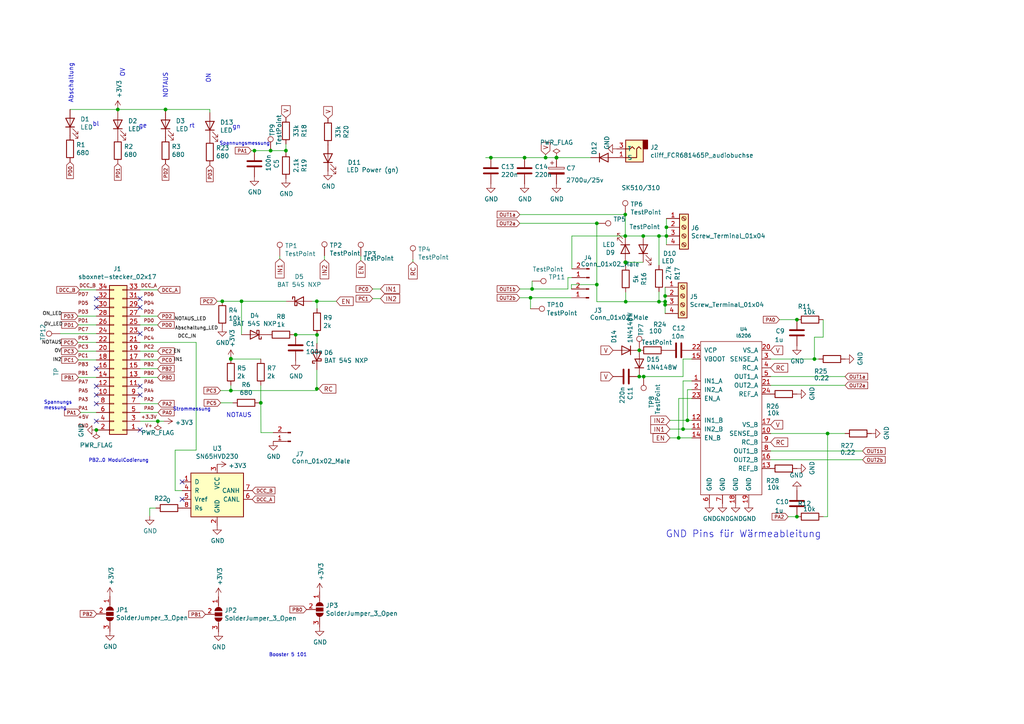
<source format=kicad_sch>
(kicad_sch (version 20211123) (generator eeschema)
  (paper "A4")
  (junction (at 185.42 109.22))
  (junction (at 78.486 43.688))
  (junction (at 186.563 68.453))
  (junction (at 91.8972 87.376))
  (junction (at 181.356 62.23))
  (junction (at 158.242 45.72))
  (junction (at 196.85 127))
  (junction (at 199.39 121.92))
  (junction (at 173.101 82.55))
  (junction (at 27.94 124.714))
  (junction (at 181.483 76.073))
  (junction (at 191.135 68.453))
  (junction (at 173.101 64.77))
  (junction (at 153.8732 86.36))
  (junction (at 192.913 88.392))
  (junction (at 73.787 43.688))
  (junction (at 85.7504 97.0788))
  (junction (at 91.8972 112.776))
  (junction (at 91.948 97.1296))
  (junction (at 181.483 87.503))
  (junction (at 198.12 124.46))
  (junction (at 75.6412 116.84))
  (junction (at 152.146 45.72))
  (junction (at 70.0532 87.376))
  (junction (at 231.14 149.86))
  (junction (at 193.294 68.453))
  (junction (at 193.294 65.913))
  (junction (at 231.14 92.71))
  (junction (at 186.69 109.22))
  (junction (at 181.356 76.073))
  (junction (at 240.03 125.73))
  (junction (at 66.9544 113.284))
  (junction (at 161.3916 45.72))
  (junction (at 236.22 104.14))
  (junction (at 48.006 31.75))
  (junction (at 185.42 101.6))
  (junction (at 161.417 45.72))
  (junction (at 191.135 87.503))
  (junction (at 45.7708 122.174))
  (junction (at 66.9544 104.0384))
  (junction (at 192.913 87.503))
  (junction (at 34.163 31.75))
  (junction (at 66.9544 104.14))
  (junction (at 64.4652 87.376))
  (junction (at 181.356 68.453))
  (junction (at 142.367 45.72))
  (junction (at 192.913 85.852))
  (junction (at 154.3304 83.82))
  (junction (at 82.931 43.688))
  (no_connect (at 27.94 122.174))
  (no_connect (at 27.94 89.154))
  (no_connect (at 27.94 117.094))
  (no_connect (at 27.94 106.934))
  (no_connect (at 27.94 112.014))
  (no_connect (at 40.64 124.714))
  (no_connect (at 52.832 144.8308))
  (no_connect (at 40.64 112.014))
  (no_connect (at 40.64 114.554))
  (no_connect (at 40.64 86.614))
  (no_connect (at 40.64 89.154))
  (no_connect (at 27.94 114.554))
  (no_connect (at 27.94 86.614))
  (no_connect (at 52.832 139.7508))
  (no_connect (at 40.64 96.774))
  (wire (pts (xy 50.8 130.556) (xy 50.8 142.2908)))
  (wire (pts (xy 22.606 91.694) (xy 27.94 91.694)))
  (wire (pts (xy 73.787 43.688) (xy 78.486 43.688)))
  (wire (pts (xy 153.8732 89.5604) (xy 153.8732 86.36)))
  (wire (pts (xy 70.0532 97.0788) (xy 70.0532 87.376)))
  (wire (pts (xy 165.735 82.55) (xy 173.101 82.55)))
  (wire (pts (xy 196.85 127) (xy 200.66 127)))
  (wire (pts (xy 238.76 149.86) (xy 240.03 149.86)))
  (wire (pts (xy 48.006 31.75) (xy 48.006 32.258)))
  (wire (pts (xy 91.948 99.6188) (xy 91.8972 99.6188)))
  (wire (pts (xy 198.12 124.46) (xy 200.66 124.46)))
  (wire (pts (xy 40.64 122.174) (xy 45.7708 122.174)))
  (wire (pts (xy 66.9544 113.284) (xy 91.8972 113.284)))
  (wire (pts (xy 193.294 65.913) (xy 193.294 63.373)))
  (wire (pts (xy 75.692 125.476) (xy 75.6412 116.84)))
  (wire (pts (xy 91.8972 112.776) (xy 92.456 112.776)))
  (wire (pts (xy 72.898 43.688) (xy 73.787 43.688)))
  (wire (pts (xy 236.22 97.79) (xy 236.22 104.14)))
  (wire (pts (xy 181.483 87.503) (xy 191.135 87.503)))
  (wire (pts (xy 66.9544 113.284) (xy 66.9544 111.76)))
  (wire (pts (xy 181.356 62.23) (xy 181.356 68.453)))
  (wire (pts (xy 181.483 76.073) (xy 186.563 76.073)))
  (wire (pts (xy 91.948 89.5096) (xy 91.8972 87.376)))
  (wire (pts (xy 173.101 87.503) (xy 181.483 87.503)))
  (wire (pts (xy 161.3916 45.72) (xy 161.417 45.72)))
  (wire (pts (xy 198.12 109.22) (xy 198.12 104.14)))
  (wire (pts (xy 50.8 142.2908) (xy 52.832 142.2908)))
  (wire (pts (xy 50.8 130.556) (xy 56.896 130.556)))
  (wire (pts (xy 20.32 31.75) (xy 34.163 31.75)))
  (wire (pts (xy 40.64 99.314) (xy 56.896 99.314)))
  (wire (pts (xy 64.4652 87.376) (xy 70.0532 87.376)))
  (wire (pts (xy 81.153 75.057) (xy 81.153 74.295)))
  (wire (pts (xy 150.749 86.36) (xy 153.8732 86.36)))
  (wire (pts (xy 181.483 87.503) (xy 181.483 84.709)))
  (wire (pts (xy 181.356 68.453) (xy 186.563 68.453)))
  (wire (pts (xy 22.7076 104.394) (xy 27.94 104.394)))
  (wire (pts (xy 75.6412 116.84) (xy 75.6412 111.76)))
  (wire (pts (xy 75.184 116.84) (xy 75.6412 116.84)))
  (wire (pts (xy 154.3304 83.82) (xy 164.719 83.82)))
  (wire (pts (xy 165.862 68.453) (xy 181.356 68.453)))
  (wire (pts (xy 85.7504 97.0788) (xy 91.948 97.0788)))
  (wire (pts (xy 91.948 97.0788) (xy 91.948 97.1296)))
  (wire (pts (xy 85.2932 97.0788) (xy 85.7504 97.0788)))
  (wire (pts (xy 226.06 92.71) (xy 231.14 92.71)))
  (wire (pts (xy 60.8584 31.75) (xy 60.8584 32.6644)))
  (wire (pts (xy 194.31 124.46) (xy 198.12 124.46)))
  (wire (pts (xy 79.248 125.476) (xy 75.692 125.476)))
  (wire (pts (xy 43.434 147.3708) (xy 43.434 149.606)))
  (wire (pts (xy 56.896 99.314) (xy 56.896 130.556)))
  (wire (pts (xy 140.843 45.72) (xy 142.367 45.72)))
  (wire (pts (xy 191.135 68.453) (xy 193.294 68.453)))
  (wire (pts (xy 223.52 111.76) (xy 245.11 111.76)))
  (wire (pts (xy 108.077 83.82) (xy 110.363 83.82)))
  (wire (pts (xy 185.42 109.22) (xy 186.69 109.22)))
  (wire (pts (xy 150.749 83.82) (xy 154.3304 83.82)))
  (wire (pts (xy 40.64 106.934) (xy 45.72 106.934)))
  (wire (pts (xy 200.66 113.03) (xy 199.39 113.03)))
  (wire (pts (xy 158.242 44.831) (xy 158.242 45.72)))
  (wire (pts (xy 23.0632 84.074) (xy 27.94 84.074)))
  (wire (pts (xy 40.64 101.854) (xy 45.72 101.854)))
  (wire (pts (xy 40.64 104.394) (xy 45.72 104.394)))
  (wire (pts (xy 40.64 109.474) (xy 45.72 109.474)))
  (wire (pts (xy 199.39 121.92) (xy 200.66 121.92)))
  (wire (pts (xy 192.913 87.503) (xy 192.913 85.852)))
  (wire (pts (xy 67.564 116.84) (xy 64.008 116.84)))
  (wire (pts (xy 194.31 127) (xy 196.85 127)))
  (wire (pts (xy 238.76 97.79) (xy 236.22 97.79)))
  (wire (pts (xy 91.948 97.1296) (xy 91.948 99.6188)))
  (wire (pts (xy 191.135 87.503) (xy 192.913 87.503)))
  (wire (pts (xy 22.6568 101.854) (xy 27.94 101.854)))
  (wire (pts (xy 192.913 88.392) (xy 192.913 87.503)))
  (wire (pts (xy 45.212 147.3708) (xy 43.434 147.3708)))
  (wire (pts (xy 90.5764 87.376) (xy 91.8972 87.376)))
  (wire (pts (xy 153.8732 86.36) (xy 165.735 86.36)))
  (wire (pts (xy 238.76 92.71) (xy 238.76 97.79)))
  (wire (pts (xy 223.52 109.22) (xy 245.11 109.22)))
  (wire (pts (xy 82.931 44.196) (xy 82.931 43.688)))
  (wire (pts (xy 236.22 104.14) (xy 237.49 104.14)))
  (wire (pts (xy 223.52 133.35) (xy 250.19 133.35)))
  (wire (pts (xy 150.749 64.77) (xy 173.101 64.77)))
  (wire (pts (xy 48.006 31.75) (xy 60.8584 31.75)))
  (wire (pts (xy 200.66 115.57) (xy 196.85 115.57)))
  (wire (pts (xy 34.163 31.75) (xy 34.163 32.258)))
  (wire (pts (xy 40.64 84.074) (xy 45.72 84.074)))
  (wire (pts (xy 108.077 86.614) (xy 110.363 86.614)))
  (wire (pts (xy 173.101 64.77) (xy 173.101 82.55)))
  (wire (pts (xy 165.735 83.82) (xy 165.735 82.55)))
  (wire (pts (xy 91.8972 107.2388) (xy 91.8972 112.776)))
  (wire (pts (xy 62.992 87.376) (xy 64.4652 87.376)))
  (wire (pts (xy 192.913 90.932) (xy 192.913 88.392)))
  (wire (pts (xy 196.85 115.57) (xy 196.85 127)))
  (wire (pts (xy 240.03 149.86) (xy 240.03 125.73)))
  (wire (pts (xy 200.66 110.49) (xy 198.12 110.49)))
  (wire (pts (xy 173.101 82.55) (xy 173.101 87.503)))
  (wire (pts (xy 94.107 75.311) (xy 94.107 74.168)))
  (wire (pts (xy 66.9544 104.14) (xy 66.9544 104.0384)))
  (wire (pts (xy 193.294 65.913) (xy 193.294 68.453)))
  (wire (pts (xy 34.163 31.75) (xy 48.006 31.75)))
  (wire (pts (xy 165.862 77.978) (xy 165.862 68.453)))
  (wire (pts (xy 91.8972 87.376) (xy 97.536 87.376)))
  (wire (pts (xy 164.719 80.518) (xy 165.862 80.518)))
  (wire (pts (xy 191.135 68.453) (xy 191.135 76.962)))
  (wire (pts (xy 164.719 83.82) (xy 164.719 80.518)))
  (wire (pts (xy 63.9572 113.284) (xy 66.9544 113.284)))
  (wire (pts (xy 142.367 45.72) (xy 152.146 45.72)))
  (wire (pts (xy 78.486 43.688) (xy 82.931 43.688)))
  (wire (pts (xy 150.749 62.23) (xy 181.356 62.23)))
  (wire (pts (xy 119.761 75.946) (xy 119.761 75.311)))
  (wire (pts (xy 91.8972 112.776) (xy 91.8972 113.284)))
  (wire (pts (xy 181.356 76.073) (xy 181.483 76.073)))
  (wire (pts (xy 191.135 87.503) (xy 191.135 84.582)))
  (wire (pts (xy 158.242 45.72) (xy 161.3916 45.72)))
  (wire (pts (xy 22.7584 109.474) (xy 27.94 109.474)))
  (wire (pts (xy 198.12 110.49) (xy 198.12 124.46)))
  (wire (pts (xy 82.931 43.688) (xy 82.931 41.783)))
  (wire (pts (xy 75.6412 104.14) (xy 66.9544 104.14)))
  (wire (pts (xy 152.146 45.72) (xy 158.242 45.72)))
  (wire (pts (xy 228.6 149.86) (xy 231.14 149.86)))
  (wire (pts (xy 199.39 113.03) (xy 199.39 121.92)))
  (wire (pts (xy 104.648 75.565) (xy 104.648 74.295)))
  (wire (pts (xy 223.52 130.81) (xy 250.19 130.81)))
  (wire (pts (xy 186.69 109.22) (xy 198.12 109.22)))
  (wire (pts (xy 22.7076 94.234) (xy 27.94 94.234)))
  (wire (pts (xy 171.323 45.72) (xy 161.417 45.72)))
  (wire (pts (xy 22.606 99.314) (xy 27.94 99.314)))
  (wire (pts (xy 193.294 70.993) (xy 193.294 68.453)))
  (wire (pts (xy 223.52 125.73) (xy 240.03 125.73)))
  (wire (pts (xy 70.0532 87.376) (xy 82.9564 87.376)))
  (wire (pts (xy 40.64 94.234) (xy 45.72 94.234)))
  (wire (pts (xy 45.7708 122.174) (xy 47.498 122.174)))
  (wire (pts (xy 240.03 125.73) (xy 245.11 125.73)))
  (wire (pts (xy 223.52 104.14) (xy 236.22 104.14)))
  (wire (pts (xy 40.64 117.094) (xy 45.847 117.094)))
  (wire (pts (xy 198.12 104.14) (xy 200.66 104.14)))
  (wire (pts (xy 17.526 96.774) (xy 27.94 96.774)))
  (wire (pts (xy 40.64 119.634) (xy 45.847 119.634)))
  (wire (pts (xy 192.913 85.852) (xy 192.913 83.312)))
  (wire (pts (xy 154.3304 81.534) (xy 154.3304 83.82)))
  (wire (pts (xy 40.64 91.694) (xy 45.72 91.694)))
  (wire (pts (xy 23.368 119.634) (xy 27.94 119.634)))
  (wire (pts (xy 181.483 77.089) (xy 181.483 76.073)))
  (wire (pts (xy 186.563 68.453) (xy 191.135 68.453)))
  (wire (pts (xy 194.31 121.92) (xy 199.39 121.92)))
  (text "NOTAUS" (at 73.025 121.285 180) (effects (font (size 1.27 1.27)) (justify right bottom)))
  (text "OV" (at 36.322 19.812 270) (effects (font (size 1.27 1.27)) (justify right bottom)))
  (text "ge" (at 42.672 37.338 180) (effects (font (size 1.27 1.27)) (justify right bottom)))
  (text "ON" (at 61.214 21.336 270) (effects (font (size 1.27 1.27)) (justify right bottom)))
  (text "Abschaltung" (at 21.336 18.288 270) (effects (font (size 1.27 1.27)) (justify right bottom)))
  (text "Booster 5 101" (at 77.978 190.627 0) (effects (font (size 0.9906 0.9906)) (justify left bottom)))
  (text "bl" (at 28.829 36.83 180) (effects (font (size 1.27 1.27)) (justify right bottom)))
  (text "Spannungs\nmessung" (at 12.7 118.999 0) (effects (font (size 0.9906 0.9906)) (justify left bottom)))
  (text "Spannungsmessung" (at 63.627 42.291 0) (effects (font (size 0.9906 0.9906)) (justify left bottom)))
  (text "Strommessung" (at 50.165 119.38 0) (effects (font (size 0.9906 0.9906)) (justify left bottom)))
  (text "GND Pins für Wärmeableitung" (at 193.04 156.21 0) (effects (font (size 2.0066 2.0066)) (justify left bottom)))
  (text "PB2..0 ModulCodierung\n" (at 25.654 134.239 0) (effects (font (size 0.9906 0.9906)) (justify left bottom)))
  (text "gn" (at 69.85 37.592 180) (effects (font (size 1.27 1.27)) (justify right bottom)))
  (text "NOTAUS" (at 48.768 21.082 270) (effects (font (size 1.27 1.27)) (justify right bottom)))
  (text "rt" (at 56.515 37.338 180) (effects (font (size 1.27 1.27)) (justify right bottom)))
  (label "ON_LED" (at 12.2936 91.694 0) (effects (font (size 0.9906 0.9906))))
  (label "OV" (at 15.748 102.4636 0) (effects (font (size 0.9906 0.9906))))
  (label "OV_LED" (at 12.7 94.742 0) (effects (font (size 0.9906 0.9906))))
  (label "IN1" (at 50.419 105.029 0) (effects (font (size 0.9906 0.9906))))
  (label "NOTAUS" (at 12.0904 100.0252 0) (effects (font (size 0.9906 0.9906))))
  (label "NOTAUS_LED" (at 50.546 93.218 0) (effects (font (size 0.9906 0.9906))))
  (label "DCC_IN" (at 51.5112 98.2472 0) (effects (font (size 0.9906 0.9906))))
  (label "Abschaltung_LED" (at 50.673 95.885 0) (effects (font (size 0.9906 0.9906))))
  (label "EN" (at 50.292 102.616 0) (effects (font (size 0.9906 0.9906))))
  (label "IN2" (at 15.24 105.0544 0) (effects (font (size 0.9906 0.9906))))
  (global_label "V" (shape input) (at 82.931 34.163 90) (property "Referenzen zwischen Schaltplänen" "${INTERSHEET_REFS}" (effects hide)))
  (global_label "OUT2b" (shape input) (at 250.19 133.35 0) (effects (font (size 0.9906 0.9906))) (property "Referenzen zwischen Schaltplänen" "${INTERSHEET_REFS}" (effects hide)))
  (global_label "PC1" (shape input) (at 108.077 86.614 180) (effects (font (size 0.9906 0.9906))) (property "Referenzen zwischen Schaltplänen" "${INTERSHEET_REFS}" (effects hide)))
  (global_label "PC3" (shape input) (at 22.6568 101.854 180) (effects (font (size 0.9906 0.9906))) (property "Referenzen zwischen Schaltplänen" "${INTERSHEET_REFS}" (effects hide)))
  (global_label "RC" (shape input) (at 223.52 106.68 0) (property "Referenzen zwischen Schaltplänen" "${INTERSHEET_REFS}" (effects hide)))
  (global_label "PC0" (shape input) (at 45.72 104.394 0) (effects (font (size 0.9906 0.9906))) (property "Referenzen zwischen Schaltplänen" "${INTERSHEET_REFS}" (effects hide)))
  (global_label "PD0" (shape input) (at 45.72 94.234 0) (effects (font (size 0.9906 0.9906))) (property "Referenzen zwischen Schaltplänen" "${INTERSHEET_REFS}" (effects hide)))
  (global_label "PC2" (shape input) (at 62.992 87.376 180) (effects (font (size 0.9906 0.9906))) (property "Referenzen zwischen Schaltplänen" "${INTERSHEET_REFS}" (effects hide)))
  (global_label "EN" (shape input) (at 194.31 127 180) (property "Referenzen zwischen Schaltplänen" "${INTERSHEET_REFS}" (effects hide)))
  (global_label "PA2" (shape input) (at 45.847 117.094 0) (effects (font (size 0.9906 0.9906))) (property "Referenzen zwischen Schaltplänen" "${INTERSHEET_REFS}" (effects hide)))
  (global_label "OUT2a" (shape input) (at 245.11 111.76 0) (effects (font (size 0.9906 0.9906))) (property "Referenzen zwischen Schaltplänen" "${INTERSHEET_REFS}" (effects hide)))
  (global_label "EN" (shape input) (at 104.648 75.565 270) (property "Referenzen zwischen Schaltplänen" "${INTERSHEET_REFS}" (effects hide)))
  (global_label "IN1" (shape input) (at 81.153 75.057 270) (property "Referenzen zwischen Schaltplänen" "${INTERSHEET_REFS}" (effects hide)))
  (global_label "PD1" (shape input) (at 34.163 47.498 270) (effects (font (size 0.9906 0.9906))) (property "Referenzen zwischen Schaltplänen" "${INTERSHEET_REFS}" (effects hide)))
  (global_label "OUT2a" (shape input) (at 150.749 64.77 180) (effects (font (size 0.9906 0.9906))) (property "Referenzen zwischen Schaltplänen" "${INTERSHEET_REFS}" (effects hide)))
  (global_label "PD3" (shape input) (at 60.8584 47.9044 270) (effects (font (size 0.9906 0.9906))) (property "Referenzen zwischen Schaltplänen" "${INTERSHEET_REFS}" (effects hide)))
  (global_label "PA0" (shape input) (at 45.847 119.634 0) (effects (font (size 0.9906 0.9906))) (property "Referenzen zwischen Schaltplänen" "${INTERSHEET_REFS}" (effects hide)))
  (global_label "EN" (shape input) (at 97.536 87.376 0) (property "Referenzen zwischen Schaltplänen" "${INTERSHEET_REFS}" (effects hide)))
  (global_label "PB0" (shape input) (at 45.72 109.474 0) (effects (font (size 0.9906 0.9906))) (property "Referenzen zwischen Schaltplänen" "${INTERSHEET_REFS}" (effects hide)))
  (global_label "V" (shape input) (at 158.242 44.831 90) (property "Referenzen zwischen Schaltplänen" "${INTERSHEET_REFS}" (effects hide)))
  (global_label "DCC_A" (shape input) (at 45.72 84.074 0) (effects (font (size 0.9906 0.9906))) (property "Referenzen zwischen Schaltplänen" "${INTERSHEET_REFS}" (effects hide)))
  (global_label "PA1" (shape input) (at 23.368 119.634 180) (effects (font (size 0.9906 0.9906))) (property "Referenzen zwischen Schaltplänen" "${INTERSHEET_REFS}" (effects hide)))
  (global_label "PA2" (shape input) (at 228.6 149.86 180) (effects (font (size 0.9906 0.9906))) (property "Referenzen zwischen Schaltplänen" "${INTERSHEET_REFS}" (effects hide)))
  (global_label "OUT1a" (shape input) (at 245.11 109.22 0) (effects (font (size 0.9906 0.9906))) (property "Referenzen zwischen Schaltplänen" "${INTERSHEET_REFS}" (effects hide)))
  (global_label "PB1" (shape input) (at 59.563 178.181 180) (effects (font (size 0.9906 0.9906))) (property "Referenzen zwischen Schaltplänen" "${INTERSHEET_REFS}" (effects hide)))
  (global_label "V" (shape input) (at 223.52 101.6 0) (property "Referenzen zwischen Schaltplänen" "${INTERSHEET_REFS}" (effects hide)))
  (global_label "PC2" (shape input) (at 45.72 101.854 0) (effects (font (size 0.9906 0.9906))) (property "Referenzen zwischen Schaltplänen" "${INTERSHEET_REFS}" (effects hide)))
  (global_label "DCC_B" (shape input) (at 73.152 142.2908 0) (effects (font (size 0.9906 0.9906))) (property "Referenzen zwischen Schaltplänen" "${INTERSHEET_REFS}" (effects hide)))
  (global_label "PD2" (shape input) (at 45.72 91.694 0) (effects (font (size 0.9906 0.9906))) (property "Referenzen zwischen Schaltplänen" "${INTERSHEET_REFS}" (effects hide)))
  (global_label "IN1" (shape input) (at 110.363 83.82 0) (property "Referenzen zwischen Schaltplänen" "${INTERSHEET_REFS}" (effects hide)))
  (global_label "PC3" (shape input) (at 63.9572 113.284 180) (effects (font (size 0.9906 0.9906))) (property "Referenzen zwischen Schaltplänen" "${INTERSHEET_REFS}" (effects hide)))
  (global_label "OUT1b" (shape input) (at 250.19 130.81 0) (effects (font (size 0.9906 0.9906))) (property "Referenzen zwischen Schaltplänen" "${INTERSHEET_REFS}" (effects hide)))
  (global_label "V" (shape input) (at 177.8 109.22 180) (property "Referenzen zwischen Schaltplänen" "${INTERSHEET_REFS}" (effects hide)))
  (global_label "OUT2b" (shape input) (at 150.749 86.36 180) (effects (font (size 0.9906 0.9906))) (property "Referenzen zwischen Schaltplänen" "${INTERSHEET_REFS}" (effects hide)))
  (global_label "V" (shape input) (at 95.123 34.417 90) (property "Referenzen zwischen Schaltplänen" "${INTERSHEET_REFS}" (effects hide)))
  (global_label "DCC_B" (shape input) (at 23.0632 84.074 180) (effects (font (size 0.9906 0.9906))) (property "Referenzen zwischen Schaltplänen" "${INTERSHEET_REFS}" (effects hide)))
  (global_label "PB1" (shape input) (at 22.7584 109.474 180) (effects (font (size 0.9906 0.9906))) (property "Referenzen zwischen Schaltplänen" "${INTERSHEET_REFS}" (effects hide)))
  (global_label "PA1" (shape input) (at 72.898 43.688 180) (effects (font (size 0.9906 0.9906))) (property "Referenzen zwischen Schaltplänen" "${INTERSHEET_REFS}" (effects hide)))
  (global_label "PC1" (shape input) (at 22.7076 104.394 180) (effects (font (size 0.9906 0.9906))) (property "Referenzen zwischen Schaltplänen" "${INTERSHEET_REFS}" (effects hide)))
  (global_label "IN2" (shape input) (at 110.363 86.614 0) (property "Referenzen zwischen Schaltplänen" "${INTERSHEET_REFS}" (effects hide)))
  (global_label "PD2" (shape input) (at 48.006 47.498 270) (effects (font (size 0.9906 0.9906))) (property "Referenzen zwischen Schaltplänen" "${INTERSHEET_REFS}" (effects hide)))
  (global_label "PD1" (shape input) (at 22.7076 94.234 180) (effects (font (size 0.9906 0.9906))) (property "Referenzen zwischen Schaltplänen" "${INTERSHEET_REFS}" (effects hide)))
  (global_label "OUT1a" (shape input) (at 150.749 62.23 180) (effects (font (size 0.9906 0.9906))) (property "Referenzen zwischen Schaltplänen" "${INTERSHEET_REFS}" (effects hide)))
  (global_label "PC0" (shape input) (at 108.077 83.82 180) (effects (font (size 0.9906 0.9906))) (property "Referenzen zwischen Schaltplänen" "${INTERSHEET_REFS}" (effects hide)))
  (global_label "V" (shape input) (at 177.8 101.6 180) (property "Referenzen zwischen Schaltplänen" "${INTERSHEET_REFS}" (effects hide)))
  (global_label "V" (shape input) (at 223.52 123.19 0) (property "Referenzen zwischen Schaltplänen" "${INTERSHEET_REFS}" (effects hide)))
  (global_label "RC" (shape input) (at 223.52 128.27 0) (property "Referenzen zwischen Schaltplänen" "${INTERSHEET_REFS}" (effects hide)))
  (global_label "DCC_A" (shape input) (at 73.152 144.8308 0) (effects (font (size 0.9906 0.9906))) (property "Referenzen zwischen Schaltplänen" "${INTERSHEET_REFS}" (effects hide)))
  (global_label "PD3" (shape input) (at 22.606 91.694 180) (effects (font (size 0.9906 0.9906))) (property "Referenzen zwischen Schaltplänen" "${INTERSHEET_REFS}" (effects hide)))
  (global_label "PA0" (shape input) (at 226.06 92.71 180) (effects (font (size 0.9906 0.9906))) (property "Referenzen zwischen Schaltplänen" "${INTERSHEET_REFS}" (effects hide)))
  (global_label "PB2" (shape input) (at 45.72 106.934 0) (effects (font (size 0.9906 0.9906))) (property "Referenzen zwischen Schaltplänen" "${INTERSHEET_REFS}" (effects hide)))
  (global_label "PB0" (shape input) (at 88.9 176.784 180) (effects (font (size 0.9906 0.9906))) (property "Referenzen zwischen Schaltplänen" "${INTERSHEET_REFS}" (effects hide)))
  (global_label "IN2" (shape input) (at 94.107 75.311 270) (property "Referenzen zwischen Schaltplänen" "${INTERSHEET_REFS}" (effects hide)))
  (global_label "PB2" (shape input) (at 28.067 178.054 180) (effects (font (size 0.9906 0.9906))) (property "Referenzen zwischen Schaltplänen" "${INTERSHEET_REFS}" (effects hide)))
  (global_label "IN1" (shape input) (at 194.31 124.46 180) (property "Referenzen zwischen Schaltplänen" "${INTERSHEET_REFS}" (effects hide)))
  (global_label "RC" (shape input) (at 119.761 75.946 270) (property "Referenzen zwischen Schaltplänen" "${INTERSHEET_REFS}" (effects hide)))
  (global_label "RC" (shape input) (at 92.456 112.776 0) (property "Referenzen zwischen Schaltplänen" "${INTERSHEET_REFS}" (effects hide)))
  (global_label "PC5" (shape input) (at 64.008 116.84 180) (effects (font (size 0.9906 0.9906))) (property "Referenzen zwischen Schaltplänen" "${INTERSHEET_REFS}" (effects hide)))
  (global_label "PD0" (shape input) (at 20.32 46.99 270) (effects (font (size 0.9906 0.9906))) (property "Referenzen zwischen Schaltplänen" "${INTERSHEET_REFS}" (effects hide)))
  (global_label "IN2" (shape input) (at 194.31 121.92 180) (property "Referenzen zwischen Schaltplänen" "${INTERSHEET_REFS}" (effects hide)))
  (global_label "PC5" (shape input) (at 22.606 99.314 180) (effects (font (size 0.9906 0.9906))) (property "Referenzen zwischen Schaltplänen" "${INTERSHEET_REFS}" (effects hide)))
  (global_label "OUT1b" (shape input) (at 150.749 83.82 180) (effects (font (size 0.9906 0.9906))) (property "Referenzen zwischen Schaltplänen" "${INTERSHEET_REFS}" (effects hide)))
  (symbol (lib_id "power:+3.3V") (at 34.163 31.75 0) (unit 1)
    (property "Reference" "#PWR03" (effects hide))
    (property "Value" "+3.3V" (at 34.544 28.4988 90) (effects (justify left)))
  )
  (symbol (lib_id "Connector:Screw_Terminal_01x04") (at 198.374 65.913 0) (unit 1)
    (property "Reference" "J6" (at 200.406 66.1162 0) (effects (justify left)))
    (property "Value" "Screw_Terminal_01x04" (at 200.406 68.4276 0) (effects (justify left)))
    (property "Footprint" "TerminalBlock:TerminalBlock_Altech_AK300-4_P5.00mm" (effects hide))
  )
  (symbol (lib_id "Connector:Screw_Terminal_01x04") (at 197.993 85.852 0) (unit 1)
    (property "Reference" "J5" (at 200.025 86.0552 0) (effects (justify left)))
    (property "Value" "Screw_Terminal_01x04" (at 200.025 88.3666 0) (effects (justify left)))
    (property "Footprint" "TerminalBlock:TerminalBlock_Altech_AK300-4_P5.00mm" (effects hide))
  )
  (symbol (lib_id "Device:D") (at 175.133 45.72 0) (unit 1)
    (property "Reference" "D12" (at 172.339 41.021 90) (effects (justify right)))
    (property "Value" "SK510/310" (at 191.516 54.483 0) (effects (justify right)))
    (property "Footprint" "Diode_SMD:D_SMB_Handsoldering" (effects hide))
  )
  (symbol (lib_id "Device:LED") (at 186.563 72.263 90) (unit 1)
    (property "Reference" "D10" (at 192.278 73.533 90) (effects (justify right)))
    (property "Value" "LED" (at 191.897 75.692 90) (effects (justify right)))
    (property "Footprint" "LED_THT:LED_D3.0mm" (effects hide))
  )
  (symbol (lib_id "Device:LED") (at 181.356 72.263 270) (unit 1)
    (property "Reference" "D9" (at 178.3842 73.2536 90) (effects (justify right)))
    (property "Value" "LED" (at 178.3842 70.9422 90) (effects (justify right)))
    (property "Footprint" "LED_THT:LED_D3.0mm" (effects hide))
  )
  (symbol (lib_id "Device:R") (at 181.483 80.899 180) (unit 1)
    (property "Reference" "R16" (at 186.7408 80.899 90))
    (property "Value" "5k" (at 184.4294 80.899 90))
    (property "Footprint" "Resistor_SMD:R_1206_3216Metric_Pad1.30x1.75mm_HandSolder" (effects hide))
  )
  (symbol (lib_id "Device:R") (at 191.135 80.772 180) (unit 1)
    (property "Reference" "R17" (at 196.469 79.375 90))
    (property "Value" "2,7k" (at 193.929 79.121 90))
    (property "Footprint" "Resistor_SMD:R_1206_3216Metric_Pad1.30x1.75mm_HandSolder" (effects hide))
  )
  (symbol (lib_id "power:GND") (at 178.943 43.18 270) (unit 1)
    (property "Reference" "#PWR020" (effects hide))
    (property "Value" "GND" (at 176.022 41.402 0))
  )
  (symbol (lib_id "Device:CP") (at 161.3916 49.53 0) (unit 1)
    (property "Reference" "C7" (at 164.2364 48.7934 0) (effects (justify left)))
    (property "Value" "2700u/25v" (at 164.1856 52.2478 0) (effects (justify left)))
    (property "Footprint" "Capacitor_THT:CP_Radial_D12.5mm_P5.00mm" (effects hide))
  )
  (symbol (lib_id "power:GND") (at 161.3916 53.34 0) (unit 1)
    (property "Reference" "#PWR019" (effects hide))
    (property "Value" "GND" (at 161.5186 57.7342 0))
  )
  (symbol (lib_id "Connector:Conn_01x02_Male") (at 170.942 80.518 180) (unit 1)
    (property "Reference" "J4" (at 169.291 74.803 0) (effects (justify right)))
    (property "Value" "Conn_01x02_Male" (at 168.402 76.581 0) (effects (justify right)))
    (property "Footprint" "Connector_PinHeader_2.54mm:PinHeader_1x02_P2.54mm_Vertical" (effects hide))
  )
  (symbol (lib_id "Connector:Conn_01x02_Male") (at 170.815 86.36 180) (unit 1)
    (property "Reference" "J3" (at 172.212 90.043 0) (effects (justify right)))
    (property "Value" "Conn_01x02_Male" (at 171.069 92.075 0) (effects (justify right)))
    (property "Footprint" "Connector_PinHeader_2.54mm:PinHeader_1x02_P2.54mm_Vertical" (effects hide))
  )
  (symbol (lib_id "power:+3.3V") (at 66.9544 104.0384 0) (unit 1)
    (property "Reference" "#PWR06" (effects hide))
    (property "Value" "+3.3V" (at 67.3354 100.7872 90) (effects (justify left)))
  )
  (symbol (lib_id "Device:R") (at 75.6412 107.95 0) (unit 1)
    (property "Reference" "R7" (at 77.4192 106.7816 0) (effects (justify left)))
    (property "Value" "2k" (at 77.4192 109.093 0) (effects (justify left)))
    (property "Footprint" "Resistor_SMD:R_1206_3216Metric_Pad1.30x1.75mm_HandSolder" (effects hide))
  )
  (symbol (lib_id "power:GND") (at 79.248 128.016 0) (unit 1)
    (property "Reference" "#PWR07" (effects hide))
    (property "Value" "GND" (at 79.375 132.4102 0))
  )
  (symbol (lib_id "Device:R") (at 71.374 116.84 270) (unit 1)
    (property "Reference" "R6" (at 71.374 111.5822 90))
    (property "Value" "680" (at 71.374 113.8936 90))
    (property "Footprint" "Resistor_SMD:R_1206_3216Metric_Pad1.30x1.75mm_HandSolder" (effects hide))
  )
  (symbol (lib_id "Device:R") (at 91.948 93.3196 180) (unit 1)
    (property "Reference" "R9" (at 93.726 92.1512 0) (effects (justify right)))
    (property "Value" "2k" (at 93.726 94.4626 0) (effects (justify right)))
    (property "Footprint" "Resistor_SMD:R_1206_3216Metric_Pad1.30x1.75mm_HandSolder" (effects hide))
  )
  (symbol (lib_id "Device:R") (at 64.4652 91.186 0) (unit 1)
    (property "Reference" "R4" (at 66.2432 90.0176 0) (effects (justify left)))
    (property "Value" "10k" (at 66.2432 92.329 0) (effects (justify left)))
    (property "Footprint" "Resistor_SMD:R_1206_3216Metric_Pad1.30x1.75mm_HandSolder" (effects hide))
  )
  (symbol (lib_id "power:GND") (at 64.4652 94.996 0) (unit 1)
    (property "Reference" "#PWR05" (effects hide))
    (property "Value" "GND" (at 64.5922 99.3902 0))
  )
  (symbol (lib_id "Device:R") (at 81.4832 97.0788 90) (unit 1)
    (property "Reference" "R8" (at 81.4832 91.821 90))
    (property "Value" "1k" (at 81.4832 94.1324 90))
    (property "Footprint" "Resistor_SMD:R_1206_3216Metric_Pad1.30x1.75mm_HandSolder" (effects hide))
  )
  (symbol (lib_id "power:GND") (at 85.7504 104.6988 0) (unit 1)
    (property "Reference" "#PWR08" (effects hide))
    (property "Value" "GND" (at 85.8774 109.093 0))
  )
  (symbol (lib_id "Device:LED") (at 48.006 36.068 90) (unit 1)
    (property "Reference" "D3" (at 50.9778 35.0774 90) (effects (justify right)))
    (property "Value" "LED" (at 50.9778 37.3888 90) (effects (justify right)))
    (property "Footprint" "LED_THT:LED_D3.0mm" (effects hide))
  )
  (symbol (lib_id "Device:R") (at 48.006 43.688 0) (unit 1)
    (property "Reference" "R3" (at 49.784 42.5196 0) (effects (justify left)))
    (property "Value" "680" (at 49.784 44.831 0) (effects (justify left)))
    (property "Footprint" "Resistor_SMD:R_1206_3216Metric_Pad1.30x1.75mm_HandSolder" (effects hide))
  )
  (symbol (lib_id "Device:LED") (at 34.163 36.068 90) (unit 1)
    (property "Reference" "D2" (at 37.1348 35.0774 90) (effects (justify right)))
    (property "Value" "LED" (at 37.1348 37.3888 90) (effects (justify right)))
    (property "Footprint" "LED_THT:LED_D3.0mm" (effects hide))
  )
  (symbol (lib_id "Device:R") (at 34.163 43.688 0) (unit 1)
    (property "Reference" "R2" (at 35.941 42.5196 0) (effects (justify left)))
    (property "Value" "680" (at 35.941 44.831 0) (effects (justify left)))
    (property "Footprint" "Resistor_SMD:R_1206_3216Metric_Pad1.30x1.75mm_HandSolder" (effects hide))
  )
  (symbol (lib_id "Device:LED") (at 20.32 35.56 90) (unit 1)
    (property "Reference" "D1" (at 23.2918 34.5694 90) (effects (justify right)))
    (property "Value" "LED" (at 23.2918 36.8808 90) (effects (justify right)))
    (property "Footprint" "LED_THT:LED_D3.0mm" (effects hide))
  )
  (symbol (lib_id "Device:R") (at 20.32 43.18 0) (unit 1)
    (property "Reference" "R1" (at 22.098 42.0116 0) (effects (justify left)))
    (property "Value" "680" (at 22.098 44.323 0) (effects (justify left)))
    (property "Footprint" "Resistor_SMD:R_1206_3216Metric_Pad1.30x1.75mm_HandSolder" (effects hide))
  )
  (symbol (lib_id "Device:R") (at 95.123 38.227 180) (unit 1)
    (property "Reference" "R20" (at 100.3808 38.227 90))
    (property "Value" "33k" (at 98.0694 38.227 90))
    (property "Footprint" "Resistor_SMD:R_1206_3216Metric_Pad1.30x1.75mm_HandSolder" (effects hide))
  )
  (symbol (lib_id "Device:LED") (at 95.123 45.847 90) (unit 1)
    (property "Reference" "D11" (at 100.838 47.117 90) (effects (justify right)))
    (property "Value" "LED Power (gn)" (at 100.457 49.276 90) (effects (justify right)))
    (property "Footprint" "LED_THT:LED_D3.0mm" (effects hide))
  )
  (symbol (lib_id "power:GND") (at 95.123 49.657 0) (unit 1)
    (property "Reference" "#PWR017" (effects hide))
    (property "Value" "GND" (at 95.25 54.0512 0))
  )
  (symbol (lib_id "Device:R") (at 82.931 37.973 180) (unit 1)
    (property "Reference" "R18" (at 88.1888 37.973 90))
    (property "Value" "33k" (at 85.8774 37.973 90))
    (property "Footprint" "Resistor_SMD:R_1206_3216Metric_Pad1.30x1.75mm_HandSolder" (effects hide))
  )
  (symbol (lib_id "Device:R") (at 82.931 48.006 180) (unit 1)
    (property "Reference" "R19" (at 88.1888 48.006 90))
    (property "Value" "2.1k" (at 85.8774 48.006 90))
    (property "Footprint" "Resistor_SMD:R_1206_3216Metric_Pad1.30x1.75mm_HandSolder" (effects hide))
  )
  (symbol (lib_id "power:GND") (at 82.931 51.816 0) (unit 1)
    (property "Reference" "#PWR04" (effects hide))
    (property "Value" "GND" (at 83.058 56.2102 0))
  )
  (symbol (lib_id "Device:C") (at 73.787 47.498 180) (unit 1)
    (property "Reference" "C5" (at 80.1878 47.498 90))
    (property "Value" "100n" (at 77.851 47.244 90))
    (property "Footprint" "Capacitor_SMD:C_1206_3216Metric" (effects hide))
  )
  (symbol (lib_id "power:GND") (at 73.787 51.308 0) (unit 1)
    (property "Reference" "#PWR01" (effects hide))
    (property "Value" "GND" (at 73.914 55.7022 0))
  )
  (symbol (lib_id "Diode:BAR42FILM") (at 86.7664 87.376 0) (unit 1)
    (property "Reference" "D5" (at 86.7664 80.2386 0))
    (property "Value" "BAT 54S NXP" (at 86.7664 82.55 0))
    (property "Footprint" "Package_TO_SOT_SMD:SOT-23_Handsoldering" (effects hide))
    (property "Datasheet" "www.st.com/resource/en/datasheet/bar42.pdf" (effects hide))
  )
  (symbol (lib_id "Connector:TestPoint") (at 81.153 74.295 0) (unit 1)
    (property "Reference" "TP1" (at 82.6262 71.2978 0) (effects (justify left)))
    (property "Value" "TestPoint" (at 82.6262 73.6092 0) (effects (justify left)))
    (property "Footprint" "Connector_PinHeader_2.54mm:PinHeader_1x01_P2.54mm_Vertical" (effects hide))
  )
  (symbol (lib_id "Connector:TestPoint") (at 94.107 74.168 0) (unit 1)
    (property "Reference" "TP2" (at 95.5802 71.1708 0) (effects (justify left)))
    (property "Value" "TestPoint" (at 95.5802 73.4822 0) (effects (justify left)))
    (property "Footprint" "Connector_PinHeader_2.54mm:PinHeader_1x01_P2.54mm_Vertical" (effects hide))
  )
  (symbol (lib_id "Connector:TestPoint") (at 104.648 74.295 0) (unit 1)
    (property "Reference" "TP3" (at 105.537 73.66 0) (effects (justify left)))
    (property "Value" "TestPoint" (at 105.283 74.93 0) (effects (justify left)))
    (property "Footprint" "Connector_PinHeader_2.54mm:PinHeader_1x01_P2.54mm_Vertical" (effects hide))
  )
  (symbol (lib_id "Diode:BAR42FILM") (at 91.8972 103.4288 90) (unit 1)
    (property "Reference" "D6" (at 93.9292 102.2604 90) (effects (justify right)))
    (property "Value" "BAT 54S NXP" (at 93.9292 104.5718 90) (effects (justify right)))
    (property "Footprint" "Package_TO_SOT_SMD:SOT-23_Handsoldering" (effects hide))
    (property "Datasheet" "www.st.com/resource/en/datasheet/bar42.pdf" (effects hide))
  )
  (symbol (lib_id "Interface_CAN_LIN:SN65HVD230") (at 62.992 142.2908 0) (unit 1)
    (property "Reference" "U3" (at 62.992 130.0734 0))
    (property "Value" "SN65HVD230" (at 62.992 132.3848 0))
    (property "Footprint" "Package_SO:SOIC-8_3.9x4.9mm_P1.27mm" (effects hide))
    (property "Datasheet" "http://www.ti.com/lit/ds/symlink/sn65hvd230.pdf" (effects hide))
  )
  (symbol (lib_id "Device:C") (at 85.7504 100.8888 0) (unit 1)
    (property "Reference" "C1" (at 88.6714 99.7204 0) (effects (justify left)))
    (property "Value" "100n" (at 88.6714 102.0318 0) (effects (justify left)))
    (property "Footprint" "Capacitor_SMD:C_1206_3216Metric" (effects hide))
  )
  (symbol (lib_id "Connector:TestPoint") (at 119.761 75.311 0) (unit 1)
    (property "Reference" "TP4" (at 121.2342 72.3138 0) (effects (justify left)))
    (property "Value" "TestPoint" (at 121.2342 74.6252 0) (effects (justify left)))
    (property "Footprint" "Connector_PinHeader_2.54mm:PinHeader_1x01_P2.54mm_Vertical" (effects hide))
  )
  (symbol (lib_id "power:GND") (at 62.992 152.4508 0) (unit 1)
    (property "Reference" "#PWR0102" (effects hide))
    (property "Value" "GND" (at 63.119 156.845 0))
  )
  (symbol (lib_id "power:+3.3V") (at 62.992 134.6708 270) (unit 1)
    (property "Reference" "#PWR0104" (effects hide))
    (property "Value" "+3.3V" (at 66.2432 135.0518 90) (effects (justify left)))
  )
  (symbol (lib_id "Connector:TestPoint") (at 181.356 62.23 0) (unit 1)
    (property "Reference" "TP6" (at 182.8292 59.2328 0) (effects (justify left)))
    (property "Value" "TestPoint" (at 182.8292 61.5442 0) (effects (justify left)))
    (property "Footprint" "Connector_PinHeader_2.54mm:PinHeader_1x01_P2.54mm_Vertical" (effects hide))
  )
  (symbol (lib_id "Connector:TestPoint") (at 173.101 64.77 270) (unit 1)
    (property "Reference" "TP5" (at 177.8762 63.6016 90) (effects (justify left)))
    (property "Value" "TestPoint" (at 182.499 65.786 90) (effects (justify left)))
    (property "Footprint" "Connector_PinHeader_2.54mm:PinHeader_1x01_P2.54mm_Vertical" (effects hide))
  )
  (symbol (lib_id "Connector:TestPoint") (at 185.42 101.6 0) (unit 1)
    (property "Reference" "TP7" (at 185.928 95.631 90))
    (property "Value" "TestPoint" (at 190.5 99.314 0))
    (property "Footprint" "Connector_PinHeader_2.54mm:PinHeader_1x01_P2.54mm_Vertical" (effects hide))
  )
  (symbol (lib_id "Connector:TestPoint") (at 186.69 109.22 180) (unit 1)
    (property "Reference" "TP8" (at 188.976 116.586 90))
    (property "Value" "TestPoint" (at 190.754 115.824 90))
    (property "Footprint" "Connector_PinHeader_2.54mm:PinHeader_1x01_P2.54mm_Vertical" (effects hide))
  )
  (symbol (lib_id "Connector:TestPoint") (at 78.486 43.688 0) (unit 1)
    (property "Reference" "TP9" (at 78.994 37.719 90))
    (property "Value" "TestPoint" (at 80.899 37.719 90))
    (property "Footprint" "Connector_PinHeader_2.54mm:PinHeader_1x01_P2.54mm_Vertical" (effects hide))
  )
  (symbol (lib_id "power:GND") (at 43.434 149.606 0) (unit 1)
    (property "Reference" "#PWR0105" (effects hide))
    (property "Value" "GND" (at 43.561 154.0002 0))
  )
  (symbol (lib_id "Device:R") (at 49.022 147.3708 270) (unit 1)
    (property "Reference" "R22" (at 46.609 144.5768 90))
    (property "Value" "0" (at 48.8188 145.1864 90))
    (property "Footprint" "Resistor_SMD:R_1206_3216Metric_Pad1.30x1.75mm_HandSolder" (effects hide))
  )
  (symbol (lib_id "Connector:TestPoint") (at 154.3304 81.534 270) (unit 1)
    (property "Reference" "TP11" (at 159.1056 80.3656 90) (effects (justify left)))
    (property "Value" "TestPoint" (at 154.432 78.105 90) (effects (justify left)))
    (property "Footprint" "Connector_PinHeader_2.54mm:PinHeader_1x01_P2.54mm_Vertical" (effects hide))
  )
  (symbol (lib_id "Connector:TestPoint") (at 153.8732 89.5604 270) (unit 1)
    (property "Reference" "TP10" (at 158.6484 88.392 90) (effects (justify left)))
    (property "Value" "TestPoint" (at 158.496 90.805 90) (effects (justify left)))
    (property "Footprint" "Connector_PinHeader_2.54mm:PinHeader_1x01_P2.54mm_Vertical" (effects hide))
  )
  (symbol (lib_id "Device:R") (at 66.9544 107.95 0) (unit 1)
    (property "Reference" "R5" (at 68.7324 106.7816 0) (effects (justify left)))
    (property "Value" "2k" (at 68.7324 109.093 0) (effects (justify left)))
    (property "Footprint" "Resistor_SMD:R_1206_3216Metric_Pad1.30x1.75mm_HandSolder" (effects hide))
  )
  (symbol (lib_id "Diode:BAR42FILM") (at 73.8632 97.0788 180) (unit 1)
    (property "Reference" "D4" (at 73.8632 91.567 0))
    (property "Value" "BAT 54S NXP" (at 73.8632 93.8784 0))
    (property "Footprint" "Package_TO_SOT_SMD:SOT-23_Handsoldering" (effects hide))
    (property "Datasheet" "www.st.com/resource/en/datasheet/bar42.pdf" (effects hide))
  )
  (symbol (lib_id "power:GND") (at 27.94 124.714 270) (unit 1)
    (property "Reference" "#PWR027" (effects hide))
    (property "Value" "GND" (at 23.5458 124.841 0))
  )
  (symbol (lib_id "power:+3.3V") (at 47.498 122.174 270) (unit 1)
    (property "Reference" "#PWR0101" (effects hide))
    (property "Value" "+3.3V" (at 50.7492 122.555 90) (effects (justify left)))
  )
  (symbol (lib_id "Device:LED") (at 60.8584 36.4744 90) (unit 1)
    (property "Reference" "D13" (at 63.8302 35.4838 90) (effects (justify right)))
    (property "Value" "LED" (at 63.8302 37.7952 90) (effects (justify right)))
    (property "Footprint" "LED_THT:LED_D3.0mm" (effects hide))
  )
  (symbol (lib_id "Device:R") (at 60.8584 44.0944 0) (unit 1)
    (property "Reference" "R23" (at 62.6364 42.926 0) (effects (justify left)))
    (property "Value" "680" (at 62.6364 45.2374 0) (effects (justify left)))
    (property "Footprint" "Resistor_SMD:R_1206_3216Metric_Pad1.30x1.75mm_HandSolder" (effects hide))
  )
  (symbol (lib_id "power:PWR_FLAG") (at 27.94 124.714 180) (unit 1)
    (property "Reference" "#FLG0104" (effects hide))
    (property "Value" "PWR_FLAG" (at 27.94 129.1082 0))
  )
  (symbol (lib_id "power:PWR_FLAG") (at 161.417 45.72 0) (unit 1)
    (property "Reference" "#FLG0101" (effects hide))
    (property "Value" "PWR_FLAG" (at 161.417 41.3258 0))
  )
  (symbol (lib_id "sboxnet:l6206") (at 208.28 97.79 0) (unit 1)
    (property "Reference" "U4" (at 215.6968 95.4786 0) (effects (font (size 0.9906 0.9906))))
    (property "Value" "l6206" (at 215.6968 97.3836 0) (effects (font (size 0.9906 0.9906))))
    (property "Footprint" "Package_DIP:DIP-24_W7.62mm_Socket" (effects hide))
  )
  (symbol (lib_id "Device:C") (at 196.85 101.6 270) (unit 1)
    (property "Reference" "C12" (at 196.85 95.1992 90))
    (property "Value" "10n" (at 196.596 97.536 90))
    (property "Footprint" "Capacitor_SMD:C_1206_3216Metric" (effects hide))
  )
  (symbol (lib_id "Device:R") (at 189.23 101.6 270) (unit 1)
    (property "Reference" "R24" (at 191.389 94.107 90))
    (property "Value" "100" (at 190.119 96.012 90))
    (property "Footprint" "Resistor_SMD:R_1206_3216Metric_Pad1.30x1.75mm_HandSolder" (effects hide))
  )
  (symbol (lib_id "Diode:1N4148WS") (at 181.61 101.6 180) (unit 1)
    (property "Reference" "D14" (at 178.054 99.568 90) (effects (justify right)))
    (property "Value" "1N4148W" (at 182.753 99.568 90) (effects (justify right)))
    (property "Footprint" "Diode_SMD:D_SOD-323_HandSoldering" (effects hide))
    (property "Datasheet" "https://www.vishay.com/docs/85751/1n4148ws.pdf" (effects hide))
  )
  (symbol (lib_id "Diode:1N4148WS") (at 185.42 105.41 90) (unit 1)
    (property "Reference" "D15" (at 187.452 104.2416 90) (effects (justify right)))
    (property "Value" "1N4148W" (at 187.452 106.553 90) (effects (justify right)))
    (property "Footprint" "Diode_SMD:D_SOD-323_HandSoldering" (effects hide))
    (property "Datasheet" "https://www.vishay.com/docs/85751/1n4148ws.pdf" (effects hide))
  )
  (symbol (lib_id "Device:C") (at 181.61 109.22 90) (unit 1)
    (property "Reference" "C11" (at 182.7784 112.141 0) (effects (justify right)))
    (property "Value" "220n" (at 180.467 112.141 0) (effects (justify right)))
    (property "Footprint" "Capacitor_SMD:C_1206_3216Metric" (effects hide))
  )
  (symbol (lib_id "power:GND") (at 205.74 146.05 0) (unit 1)
    (property "Reference" "#PWR029" (effects hide))
    (property "Value" "GND" (at 205.867 150.4442 0))
  )
  (symbol (lib_id "power:GND") (at 209.55 146.05 0) (unit 1)
    (property "Reference" "#PWR030" (effects hide))
    (property "Value" "GND" (at 209.677 150.4442 0))
  )
  (symbol (lib_id "power:GND") (at 213.36 146.05 0) (unit 1)
    (property "Reference" "#PWR031" (effects hide))
    (property "Value" "GND" (at 213.487 150.4442 0))
  )
  (symbol (lib_id "power:GND") (at 217.17 146.05 0) (unit 1)
    (property "Reference" "#PWR032" (effects hide))
    (property "Value" "GND" (at 217.297 150.4442 0))
  )
  (symbol (lib_id "Device:R") (at 241.3 104.14 270) (unit 1)
    (property "Reference" "R25" (at 238.0742 107.696 90))
    (property "Value" "0.22" (at 238.3028 109.6264 90))
    (property "Footprint" "Resistor_THT:R_Axial_DIN0614_L14.3mm_D5.7mm_P15.24mm_Horizontal" (effects hide))
  )
  (symbol (lib_id "Device:R") (at 248.92 125.73 270) (unit 1)
    (property "Reference" "R27" (at 245.6942 129.286 90))
    (property "Value" "0.22" (at 245.9228 131.2164 90))
    (property "Footprint" "Resistor_THT:R_Axial_DIN0614_L14.3mm_D5.7mm_P15.24mm_Horizontal" (effects hide))
  )
  (symbol (lib_id "Jumper:SolderJumper_3_Open") (at 31.877 178.054 270) (unit 1)
    (property "Reference" "JP1" (at 33.6042 176.8856 90) (effects (justify left)))
    (property "Value" "SolderJumper_3_Open" (at 33.6042 179.197 90) (effects (justify left)))
    (property "Footprint" "Jumper:SolderJumper-3_P1.3mm_Open_RoundedPad1.0x1.5mm" (effects hide))
  )
  (symbol (lib_id "Jumper:SolderJumper_3_Open") (at 63.373 178.181 270) (unit 1)
    (property "Reference" "JP2" (at 65.1002 177.0126 90) (effects (justify left)))
    (property "Value" "SolderJumper_3_Open" (at 65.1002 179.324 90) (effects (justify left)))
    (property "Footprint" "Jumper:SolderJumper-3_P1.3mm_Open_RoundedPad1.0x1.5mm" (effects hide))
  )
  (symbol (lib_id "Jumper:SolderJumper_3_Open") (at 92.71 176.784 270) (unit 1)
    (property "Reference" "JP3" (at 94.4372 175.6156 90) (effects (justify left)))
    (property "Value" "SolderJumper_3_Open" (at 94.4372 177.927 90) (effects (justify left)))
    (property "Footprint" "Jumper:SolderJumper-3_P1.3mm_Open_RoundedPad1.0x1.5mm" (effects hide))
  )
  (symbol (lib_id "power:GND") (at 245.11 104.14 90) (unit 1)
    (property "Reference" "#PWR033" (effects hide))
    (property "Value" "GND" (at 249.5042 104.013 0))
  )
  (symbol (lib_id "power:GND") (at 252.73 125.73 90) (unit 1)
    (property "Reference" "#PWR035" (effects hide))
    (property "Value" "GND" (at 257.1242 125.603 0))
  )
  (symbol (lib_id "Device:R") (at 227.33 114.3 270) (unit 1)
    (property "Reference" "R26" (at 224.1042 117.856 90))
    (property "Value" "10k" (at 224.3328 119.7864 90))
    (property "Footprint" "Resistor_SMD:R_1206_3216Metric_Pad1.30x1.75mm_HandSolder" (effects hide))
  )
  (symbol (lib_id "power:GND") (at 231.14 114.3 90) (unit 1)
    (property "Reference" "#PWR034" (effects hide))
    (property "Value" "GND" (at 235.5342 114.173 0))
  )
  (symbol (lib_id "Device:R") (at 227.33 135.89 270) (unit 1)
    (property "Reference" "R28" (at 224.1042 139.446 90))
    (property "Value" "10k" (at 224.3328 141.3764 90))
    (property "Footprint" "Resistor_SMD:R_1206_3216Metric_Pad1.30x1.75mm_HandSolder" (effects hide))
  )
  (symbol (lib_id "power:GND") (at 231.14 135.89 90) (unit 1)
    (property "Reference" "#PWR036" (effects hide))
    (property "Value" "GND" (at 235.5342 135.763 0))
  )
  (symbol (lib_id "power:GND") (at 31.877 183.134 0) (unit 1)
    (property "Reference" "#PWR011" (effects hide))
    (property "Value" "GND" (at 32.004 187.5282 0))
  )
  (symbol (lib_id "power:GND") (at 63.373 183.261 0) (unit 1)
    (property "Reference" "#PWR013" (effects hide))
    (property "Value" "GND" (at 63.5 187.6552 0))
  )
  (symbol (lib_id "power:GND") (at 92.71 181.864 0) (unit 1)
    (property "Reference" "#PWR015" (effects hide))
    (property "Value" "GND" (at 92.837 186.2582 0))
  )
  (symbol (lib_id "power:+3.3V") (at 31.877 172.974 0) (unit 1)
    (property "Reference" "#PWR010" (effects hide))
    (property "Value" "+3.3V" (at 32.258 169.7228 90) (effects (justify left)))
  )
  (symbol (lib_id "power:+3.3V") (at 63.373 173.101 0) (unit 1)
    (property "Reference" "#PWR012" (effects hide))
    (property "Value" "+3.3V" (at 63.754 169.8498 90) (effects (justify left)))
  )
  (symbol (lib_id "power:+3.3V") (at 92.71 171.704 0) (unit 1)
    (property "Reference" "#PWR014" (effects hide))
    (property "Value" "+3.3V" (at 93.091 168.4528 90) (effects (justify left)))
  )
  (symbol (lib_id "sboxnet:sboxnet-stecker_02x17") (at 34.29 104.394 0) (unit 1)
    (property "Reference" "J1" (at 34.036 77.978 0))
    (property "Value" "sboxnet-stecker_02x17" (at 34.036 80.2894 0))
    (property "Footprint" "sboxnet:sboxnet-stecker-2x17" (effects hide))
  )
  (symbol (lib_id "power:PWR_FLAG") (at 45.7708 122.174 180) (unit 1)
    (property "Reference" "#FLG01" (effects hide))
    (property "Value" "PWR_FLAG" (at 45.7708 125.5268 0))
  )
  (symbol (lib_id "Device:C") (at 152.146 49.53 180) (unit 1)
    (property "Reference" "C14" (at 155.067 48.3616 0) (effects (justify right)))
    (property "Value" "220n" (at 155.067 50.673 0) (effects (justify right)))
    (property "Footprint" "Capacitor_SMD:C_1206_3216Metric" (effects hide))
  )
  (symbol (lib_id "Device:C") (at 142.367 49.53 180) (unit 1)
    (property "Reference" "C13" (at 145.288 48.3616 0) (effects (justify right)))
    (property "Value" "220n" (at 145.288 50.673 0) (effects (justify right)))
    (property "Footprint" "Capacitor_SMD:C_1206_3216Metric" (effects hide))
  )
  (symbol (lib_id "power:GND") (at 152.146 53.34 0) (unit 1)
    (property "Reference" "#PWR025" (effects hide))
    (property "Value" "GND" (at 152.273 57.7342 0))
  )
  (symbol (lib_id "power:GND") (at 142.367 53.34 0) (unit 1)
    (property "Reference" "#PWR024" (effects hide))
    (property "Value" "GND" (at 142.494 57.7342 0))
  )
  (symbol (lib_id "Device:C") (at 231.14 96.52 180) (unit 1)
    (property "Reference" "C9" (at 224.917 96.012 0) (effects (justify right)))
    (property "Value" "1u" (at 224.663 98.552 0) (effects (justify right)))
    (property "Footprint" "Capacitor_SMD:C_1206_3216Metric" (effects hide))
  )
  (symbol (lib_id "power:GND") (at 231.14 100.33 0) (unit 1)
    (property "Reference" "#PWR016" (effects hide))
    (property "Value" "GND" (at 231.267 104.7242 0))
  )
  (symbol (lib_id "Device:R") (at 234.95 92.71 270) (unit 1)
    (property "Reference" "R11" (at 233.3244 88.9 90))
    (property "Value" "10k" (at 234.7468 90.5256 90))
    (property "Footprint" "Resistor_SMD:R_1206_3216Metric_Pad1.30x1.75mm_HandSolder" (effects hide))
  )
  (symbol (lib_id "Device:C") (at 231.14 146.05 180) (unit 1)
    (property "Reference" "C10" (at 224.917 145.542 0) (effects (justify right)))
    (property "Value" "1u" (at 224.663 148.082 0) (effects (justify right)))
    (property "Footprint" "Capacitor_SMD:C_1206_3216Metric" (effects hide))
  )
  (symbol (lib_id "power:GND") (at 231.14 142.24 180) (unit 1)
    (property "Reference" "#PWR021" (effects hide))
    (property "Value" "GND" (at 231.013 137.8458 0))
  )
  (symbol (lib_id "Device:R") (at 234.95 149.86 270) (unit 1)
    (property "Reference" "R12" (at 233.3244 146.05 90))
    (property "Value" "10k" (at 234.7468 147.6756 90))
    (property "Footprint" "Resistor_SMD:R_1206_3216Metric_Pad1.30x1.75mm_HandSolder" (effects hide))
  )
  (symbol (lib_id "sboxnet:cliff_FCR681465P_audiobuchse") (at 184.023 43.18 180) (unit 1)
    (property "Reference" "J2" (at 188.595 42.7482 0) (effects (justify right)))
    (property "Value" "cliff_FCR681465P_audiobuchse" (at 188.595 45.0596 0) (effects (justify right)))
    (property "Footprint" "sboxnet:CLIFF-FCR681465P" (effects hide))
  )
  (symbol (lib_id "Connector:TestPoint") (at 17.526 96.774 90) (unit 1)
    (property "Reference" "TP12" (at 12.446 98.806 0) (effects (justify left)))
    (property "Value" "TP" (at 16.3068 109.0676 0) (effects (justify left)))
    (property "Footprint" "Connector_PinHeader_2.54mm:PinHeader_1x01_P2.54mm_Vertical" (effects hide))
  )
  (symbol (lib_id "Connector:Conn_01x02_Male") (at 84.328 128.016 180) (unit 1)
    (property "Reference" "J7" (at 85.725 131.699 0) (effects (justify right)))
    (property "Value" "Conn_01x02_Male" (at 84.582 133.731 0) (effects (justify right)))
    (property "Footprint" "Connector_PinHeader_2.54mm:PinHeader_1x02_P2.54mm_Vertical" (effects hide))
  )
)
</source>
